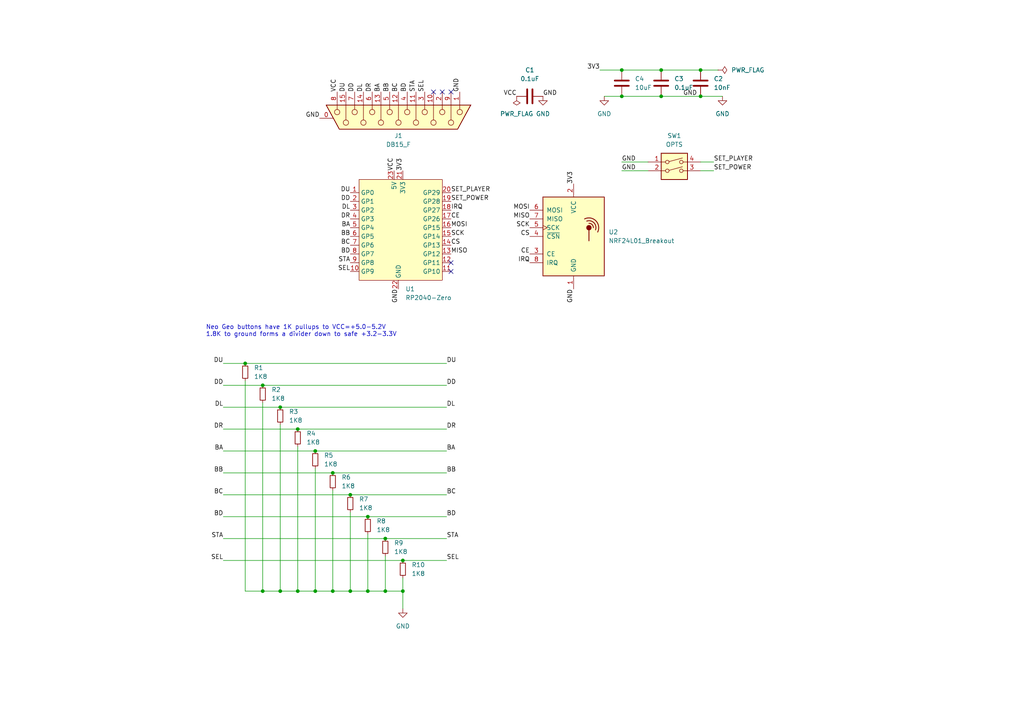
<source format=kicad_sch>
(kicad_sch (version 20231120) (generator "eeschema") (generator_version "8.0")
  (paper "A4")
  (title_block (title "NG2040 Receiver") (rev "5") (company "@partlyhuman"))
  (lib_symbols
    (symbol "Connector:DA15_Receptacle_MountingHoles" (pin_names (offset 1.016) hide)
      (property "Reference" "J" (at 0 24.13 0))
      (property "Value" "DA15_Receptacle_MountingHoles" (at 0 22.225 0))
      (symbol "DA15_Receptacle_MountingHoles_0_1"
        (circle (center -1.778 -17.78) (radius 0.762))
        (circle (center -1.778 -12.7) (radius 0.762))
        (circle (center -1.778 -7.62) (radius 0.762))
        (circle (center -1.778 -2.54) (radius 0.762))
        (circle (center -1.778 2.54) (radius 0.762))
        (circle (center -1.778 7.62) (radius 0.762))
        (circle (center -1.778 12.7) (radius 0.762))
        (circle (center -1.778 17.78) (radius 0.762))
        (polyline (pts (xy -3.81 -17.78) (xy -2.54 -17.78)))
        (polyline (pts (xy -3.81 -15.24) (xy 0.508 -15.24)))
        (polyline (pts (xy -3.81 -12.7) (xy -2.54 -12.7)))
        (polyline (pts (xy -3.81 -10.16) (xy 0.508 -10.16)))
        (polyline (pts (xy -3.81 -7.62) (xy -2.54 -7.62)))
        (polyline (pts (xy -3.81 -5.08) (xy 0.508 -5.08)))
        (polyline (pts (xy -3.81 -2.54) (xy -2.54 -2.54)))
        (polyline (pts (xy -3.81 0) (xy 0.508 0)))
        (polyline (pts (xy -3.81 2.54) (xy -2.54 2.54)))
        (polyline (pts (xy -3.81 5.08) (xy 0.508 5.08)))
        (polyline (pts (xy -3.81 7.62) (xy -2.54 7.62)))
        (polyline (pts (xy -3.81 10.16) (xy 0.508 10.16)))
        (polyline (pts (xy -3.81 12.7) (xy -2.54 12.7)))
        (polyline (pts (xy -3.81 15.24) (xy 0.508 15.24)))
        (polyline (pts (xy -3.81 17.78) (xy -2.54 17.78)))
        (polyline (pts (xy -3.81 20.955) (xy 3.175 17.145) (xy 3.175 -17.145) (xy -3.81 -20.955) (xy -3.81 20.955)) (stroke (width 0.254)) (fill (type background)))
        (circle (center 1.27 -15.24) (radius 0.762))
        (circle (center 1.27 -10.16) (radius 0.762))
        (circle (center 1.27 -5.08) (radius 0.762))
        (circle (center 1.27 0) (radius 0.762))
        (circle (center 1.27 5.08) (radius 0.762))
        (circle (center 1.27 10.16) (radius 0.762))
        (circle (center 1.27 15.24) (radius 0.762))
      )
      (symbol "DA15_Receptacle_MountingHoles_1_1"
        (pin passive line (at 0 -22.86 90) (length 3.81) (name "PAD") (number "0"))
        (pin passive line (at -7.62 17.78 0) (length 3.81) (name "1") (number "1"))
        (pin passive line (at -7.62 10.16 0) (length 3.81) (name "P10") (number "10"))
        (pin passive line (at -7.62 5.08 0) (length 3.81) (name "P111") (number "11"))
        (pin passive line (at -7.62 0 0) (length 3.81) (name "P12") (number "12"))
        (pin passive line (at -7.62 -5.08 0) (length 3.81) (name "P13") (number "13"))
        (pin passive line (at -7.62 -10.16 0) (length 3.81) (name "P14") (number "14"))
        (pin passive line (at -7.62 -15.24 0) (length 3.81) (name "P15") (number "15"))
        (pin passive line (at -7.62 12.7 0) (length 3.81) (name "2") (number "2"))
        (pin passive line (at -7.62 7.62 0) (length 3.81) (name "3") (number "3"))
        (pin passive line (at -7.62 2.54 0) (length 3.81) (name "4") (number "4"))
        (pin passive line (at -7.62 -2.54 0) (length 3.81) (name "5") (number "5"))
        (pin passive line (at -7.62 -7.62 0) (length 3.81) (name "6") (number "6"))
        (pin passive line (at -7.62 -12.7 0) (length 3.81) (name "7") (number "7"))
        (pin passive line (at -7.62 -17.78 0) (length 3.81) (name "8") (number "8"))
        (pin passive line (at -7.62 15.24 0) (length 3.81) (name "P9") (number "9"))
      )
    )
    (symbol "Device:C" (pin_numbers hide) (pin_names (offset 0.254))
      (property "Reference" "C" (at 0.635 2.54 0))
      (property "Value" "C" (at 0.635 -2.54 0))
      (symbol "C_0_1"
        (polyline (pts (xy -2.032 -0.762) (xy 2.032 -0.762)) (stroke (width 0.508)))
        (polyline (pts (xy -2.032 0.762) (xy 2.032 0.762)) (stroke (width 0.508)))
      )
      (symbol "C_1_1"
        (pin passive line (at 0 3.81 270) (length 2.794) (name "~") (number "1"))
        (pin passive line (at 0 -3.81 90) (length 2.794) (name "~") (number "2"))
      )
    )
    (symbol "Device:R_Small" (pin_numbers hide) (pin_names (offset 0.254) hide)
      (property "Reference" "R" (at 0.762 0.508 0))
      (property "Value" "R_Small" (at 0.762 -1.016 0))
      (symbol "R_Small_0_1"
        (rectangle (start -0.762 1.778) (end 0.762 -1.778) (stroke (width 0.2032)))
      )
      (symbol "R_Small_1_1"
        (pin passive line (at 0 2.54 270) (length 0.762) (name "~") (number "1"))
        (pin passive line (at 0 -2.54 90) (length 0.762) (name "~") (number "2"))
      )
    )
    (symbol "RF:NRF24L01_Breakout" (pin_names (offset 1.016))
      (property "Reference" "U" (at -8.89 12.7 0))
      (property "Value" "NRF24L01_Breakout" (at 3.81 12.7 0))
      (symbol "NRF24L01_Breakout_0_1"
        (rectangle (start -8.89 11.43) (end 8.89 -11.43) (stroke (width 0.254)) (fill (type background)))
        (polyline (pts (xy 4.445 1.905) (xy 4.445 -1.27)) (stroke (width 0.254)))
        (circle (center 4.445 2.54) (radius 0.635) (stroke (width 0.254)) (fill (type outline)))
        (arc (start 5.715 2.54) (mid 5.3521 3.4546) (end 4.445 3.81) (stroke (width 0.254)))
        (arc (start 6.35 1.905) (mid 5.8763 3.9854) (end 3.81 4.445) (stroke (width 0.254)))
        (arc (start 6.985 1.27) (mid 6.453 4.548) (end 3.175 5.08) (stroke (width 0.254)))
      )
      (symbol "NRF24L01_Breakout_1_1"
        (pin power_in line (at 0 -15.24 90) (length 3.81) (name "GND") (number "1"))
        (pin power_in line (at 0 15.24 270) (length 3.81) (name "VCC") (number "2"))
        (pin input line (at -12.7 -5.08 0) (length 3.81) (name "CE") (number "3"))
        (pin input line (at -12.7 0 0) (length 3.81) (name "~{CSN}") (number "4"))
        (pin input clock (at -12.7 2.54 0) (length 3.81) (name "SCK") (number "5"))
        (pin input line (at -12.7 7.62 0) (length 3.81) (name "MOSI") (number "6"))
        (pin output line (at -12.7 5.08 0) (length 3.81) (name "MISO") (number "7"))
        (pin output line (at -12.7 -7.62 0) (length 3.81) (name "IRQ") (number "8"))
      )
    )
    (symbol "RP2040Zero:RP2040-Zero"
      (property "Reference" "RZ" (at 0 0 0))
      (property "Value" "RP2040-Zero" (at 0 -2.54 0))
      (symbol "RP2040-Zero_0_1"
        (rectangle (start -11.43 -15.24) (end 12.7 13.97) (fill (type background)))
      )
      (symbol "RP2040-Zero_1_1"
        (pin bidirectional line (at -13.97 10.16 0) (length 2.54) (name "GP0") (number "1"))
        (pin bidirectional line (at -13.97 -12.7 0) (length 2.54) (name "GP9") (number "10"))
        (pin bidirectional line (at 15.24 -12.7 180) (length 2.54) (name "GP10") (number "11"))
        (pin bidirectional line (at 15.24 -10.16 180) (length 2.54) (name "GP11") (number "12"))
        (pin bidirectional line (at 15.24 -7.62 180) (length 2.54) (name "GP12") (number "13"))
        (pin bidirectional line (at 15.24 -5.08 180) (length 2.54) (name "GP13") (number "14"))
        (pin bidirectional line (at 15.24 -2.54 180) (length 2.54) (name "GP14") (number "15"))
        (pin bidirectional line (at 15.24 0 180) (length 2.54) (name "GP15") (number "16"))
        (pin bidirectional line (at 15.24 2.54 180) (length 2.54) (name "GP26") (number "17"))
        (pin bidirectional line (at 15.24 5.08 180) (length 2.54) (name "GP27") (number "18"))
        (pin bidirectional line (at 15.24 7.62 180) (length 2.54) (name "GP28") (number "19"))
        (pin bidirectional line (at -13.97 7.62 0) (length 2.54) (name "GP1") (number "2"))
        (pin bidirectional line (at 15.24 10.16 180) (length 2.54) (name "GP29") (number "20"))
        (pin power_in line (at 1.27 16.51 270) (length 2.54) (name "3V3") (number "21"))
        (pin power_in line (at 0 -17.78 90) (length 2.54) (name "GND") (number "22"))
        (pin power_in line (at -1.27 16.51 270) (length 2.54) (name "5V") (number "23"))
        (pin bidirectional line (at -13.97 5.08 0) (length 2.54) (name "GP2") (number "3"))
        (pin bidirectional line (at -13.97 2.54 0) (length 2.54) (name "GP3") (number "4"))
        (pin bidirectional line (at -13.97 0 0) (length 2.54) (name "GP4") (number "5"))
        (pin bidirectional line (at -13.97 -2.54 0) (length 2.54) (name "GP5") (number "6"))
        (pin bidirectional line (at -13.97 -5.08 0) (length 2.54) (name "GP6") (number "7"))
        (pin bidirectional line (at -13.97 -7.62 0) (length 2.54) (name "GP7") (number "8"))
        (pin bidirectional line (at -13.97 -10.16 0) (length 2.54) (name "GP8") (number "9"))
      )
    )
    (symbol "Switch:SW_DIP_x02" (pin_names (offset 0) hide)
      (property "Reference" "SW" (at 0 6.35 0))
      (property "Value" "SW_DIP_x02" (at 0 -3.81 0))
      (symbol "SW_DIP_x02_0_0"
        (circle (center -2.032 0) (radius 0.508))
        (circle (center -2.032 2.54) (radius 0.508))
        (polyline (pts (xy -1.524 0.127) (xy 2.3622 1.1684)))
        (polyline (pts (xy -1.524 2.667) (xy 2.3622 3.7084)))
        (circle (center 2.032 0) (radius 0.508))
        (circle (center 2.032 2.54) (radius 0.508))
      )
      (symbol "SW_DIP_x02_0_1"
        (rectangle (start -3.81 5.08) (end 3.81 -2.54) (stroke (width 0.254)) (fill (type background)))
      )
      (symbol "SW_DIP_x02_1_1"
        (pin passive line (at -7.62 2.54 0) (length 5.08) (name "~") (number "1"))
        (pin passive line (at -7.62 0 0) (length 5.08) (name "~") (number "2"))
        (pin passive line (at 7.62 0 180) (length 5.08) (name "~") (number "3"))
        (pin passive line (at 7.62 2.54 180) (length 5.08) (name "~") (number "4"))
      )
    )
    (symbol "power:GND" (power) (pin_names (offset 0))
      (property "Value" "GND" (at 0 -3.81 0))
      (symbol "GND_0_1"
        (polyline (pts (xy 0 0) (xy 0 -1.27) (xy 1.27 -1.27) (xy 0 -2.54) (xy -1.27 -1.27) (xy 0 -1.27)))
      )
      (symbol "GND_1_1"
        (pin power_in line (at 0 0 270) (length 0) hide (name "GND") (number "1"))
      )
    )
    (symbol "power:PWR_FLAG" (power) (pin_numbers hide) (pin_names (offset 0) hide)
      (property "Value" "PWR_FLAG" (at 0 3.81 0))
      (symbol "PWR_FLAG_0_0"
        (pin power_out line (at 0 0 90) (length 0) (name "pwr") (number "1"))
      )
      (symbol "PWR_FLAG_0_1"
        (polyline (pts (xy 0 0) (xy 0 1.27) (xy -1.016 1.905) (xy 0 2.54) (xy 1.016 1.905) (xy 0 1.27)))
      )
    )
  )
  (junction (at 191.77 20.32))
  (junction (at 86.36 124.46))
  (junction (at 96.52 171.45))
  (junction (at 180.34 20.32))
  (junction (at 81.28 118.11))
  (junction (at 106.68 171.45))
  (junction (at 180.34 27.94))
  (junction (at 106.68 149.86))
  (junction (at 191.77 27.94))
  (junction (at 116.84 162.56))
  (junction (at 101.6 143.51))
  (junction (at 76.2 171.45))
  (junction (at 91.44 171.45))
  (junction (at 203.2 27.94))
  (junction (at 76.2 111.76))
  (junction (at 111.76 171.45))
  (junction (at 116.84 171.45))
  (junction (at 86.36 171.45))
  (junction (at 96.52 137.16))
  (junction (at 81.28 171.45))
  (junction (at 101.6 171.45))
  (junction (at 71.12 105.41))
  (junction (at 203.2 20.32))
  (junction (at 111.76 156.21))
  (junction (at 91.44 130.81))
  (no_connect (at 130.81 76.2))
  (no_connect (at 130.81 78.74))
  (no_connect (at 128.27 26.67))
  (no_connect (at 125.73 26.67))
  (no_connect (at 130.81 26.67))
  (wire (pts (xy 81.28 123.19) (xy 81.28 171.45)))
  (wire (pts (xy 64.77 143.51) (xy 101.6 143.51)))
  (wire (pts (xy 64.77 111.76) (xy 76.2 111.76)))
  (wire (pts (xy 173.99 20.32) (xy 180.34 20.32)))
  (wire (pts (xy 91.44 130.81) (xy 129.54 130.81)))
  (wire (pts (xy 203.2 27.94) (xy 209.55 27.94)))
  (wire (pts (xy 76.2 171.45) (xy 81.28 171.45)))
  (wire (pts (xy 101.6 171.45) (xy 106.68 171.45)))
  (wire (pts (xy 64.77 156.21) (xy 111.76 156.21)))
  (wire (pts (xy 187.96 46.99) (xy 180.34 46.99)))
  (wire (pts (xy 64.77 130.81) (xy 91.44 130.81)))
  (wire (pts (xy 101.6 148.59) (xy 101.6 171.45)))
  (wire (pts (xy 111.76 156.21) (xy 129.54 156.21)))
  (wire (pts (xy 207.01 49.53) (xy 203.2 49.53)))
  (wire (pts (xy 116.84 171.45) (xy 116.84 176.53)))
  (wire (pts (xy 101.6 143.51) (xy 129.54 143.51)))
  (wire (pts (xy 76.2 111.76) (xy 129.54 111.76)))
  (wire (pts (xy 81.28 118.11) (xy 129.54 118.11)))
  (wire (pts (xy 96.52 142.24) (xy 96.52 171.45)))
  (wire (pts (xy 86.36 129.54) (xy 86.36 171.45)))
  (wire (pts (xy 86.36 171.45) (xy 91.44 171.45)))
  (wire (pts (xy 86.36 124.46) (xy 129.54 124.46)))
  (wire (pts (xy 96.52 137.16) (xy 129.54 137.16)))
  (wire (pts (xy 64.77 105.41) (xy 71.12 105.41)))
  (wire (pts (xy 175.26 27.94) (xy 180.34 27.94)))
  (wire (pts (xy 71.12 105.41) (xy 129.54 105.41)))
  (wire (pts (xy 91.44 135.89) (xy 91.44 171.45)))
  (wire (pts (xy 64.77 118.11) (xy 81.28 118.11)))
  (wire (pts (xy 116.84 162.56) (xy 129.54 162.56)))
  (wire (pts (xy 203.2 20.32) (xy 208.28 20.32)))
  (wire (pts (xy 91.44 171.45) (xy 96.52 171.45)))
  (wire (pts (xy 64.77 124.46) (xy 86.36 124.46)))
  (wire (pts (xy 180.34 20.32) (xy 191.77 20.32)))
  (wire (pts (xy 64.77 149.86) (xy 106.68 149.86)))
  (wire (pts (xy 96.52 171.45) (xy 101.6 171.45)))
  (wire (pts (xy 76.2 116.84) (xy 76.2 171.45)))
  (wire (pts (xy 71.12 171.45) (xy 76.2 171.45)))
  (wire (pts (xy 191.77 20.32) (xy 203.2 20.32)))
  (wire (pts (xy 116.84 167.64) (xy 116.84 171.45)))
  (wire (pts (xy 111.76 161.29) (xy 111.76 171.45)))
  (wire (pts (xy 207.01 46.99) (xy 203.2 46.99)))
  (wire (pts (xy 64.77 162.56) (xy 116.84 162.56)))
  (wire (pts (xy 187.96 49.53) (xy 180.34 49.53)))
  (wire (pts (xy 106.68 149.86) (xy 129.54 149.86)))
  (wire (pts (xy 106.68 171.45) (xy 111.76 171.45)))
  (wire (pts (xy 64.77 137.16) (xy 96.52 137.16)))
  (wire (pts (xy 111.76 171.45) (xy 116.84 171.45)))
  (wire (pts (xy 106.68 154.94) (xy 106.68 171.45)))
  (wire (pts (xy 191.77 27.94) (xy 203.2 27.94)))
  (wire (pts (xy 180.34 27.94) (xy 191.77 27.94)))
  (wire (pts (xy 81.28 171.45) (xy 86.36 171.45)))
  (wire (pts (xy 71.12 110.49) (xy 71.12 171.45)))
  (text "Neo Geo buttons have 1K pullups to VCC=+5.0-5.2V\n1.8K to ground forms a divider down to safe +3.2-3.3V" (at 59.69 97.79 0) (effects (font (size 1.27 1.27)) (justify left bottom)))
  (label "BB" (at 113.03 26.67 90))
  (label "BD" (at 129.54 149.86 0))
  (label "DR" (at 129.54 124.46 0))
  (label "CS" (at 130.81 71.12 0))
  (label "GND" (at 180.34 46.99 0))
  (label "GND" (at 115.57 83.82 270))
  (label "DL" (at 105.41 26.67 90))
  (label "BC" (at 129.54 143.51 0))
  (label "3V3" (at 116.84 49.53 90))
  (label "DD" (at 64.77 111.76 180))
  (label "GND" (at 180.34 49.53 0))
  (label "BB" (at 101.6 68.58 180))
  (label "BD" (at 101.6 73.66 180))
  (label "VCC" (at 97.79 26.67 90))
  (label "BC" (at 64.77 143.51 180))
  (label "STA" (at 120.65 26.67 90))
  (label "SET_PLAYER" (at 207.01 46.99 0))
  (label "SCK" (at 130.81 68.58 0))
  (label "IRQ" (at 153.67 76.2 180))
  (label "3V3" (at 166.37 53.34 90))
  (label "DU" (at 100.33 26.67 90))
  (label "VCC" (at 114.3 49.53 90))
  (label "BB" (at 64.77 137.16 180))
  (label "DU" (at 101.6 55.88 180))
  (label "DR" (at 101.6 63.5 180))
  (label "CE" (at 153.67 73.66 180))
  (label "STA" (at 101.6 76.2 180))
  (label "DD" (at 129.54 111.76 0))
  (label "3V3" (at 173.99 20.32 180))
  (label "DL" (at 64.77 118.11 180))
  (label "BD" (at 118.11 26.67 90))
  (label "MISO" (at 130.81 73.66 0))
  (label "CE" (at 130.81 63.5 0))
  (label "CS" (at 153.67 68.58 180))
  (label "GND" (at 133.35 26.67 90))
  (label "DU" (at 64.77 105.41 180))
  (label "BC" (at 101.6 71.12 180))
  (label "DD" (at 102.87 26.67 90))
  (label "BA" (at 101.6 66.04 180))
  (label "SCK" (at 153.67 66.04 180))
  (label "DR" (at 107.95 26.67 90))
  (label "BB" (at 129.54 137.16 0))
  (label "BA" (at 64.77 130.81 180))
  (label "MOSI" (at 130.81 66.04 0))
  (label "BA" (at 110.49 26.67 90))
  (label "MISO" (at 153.67 63.5 180))
  (label "BC" (at 115.57 26.67 90))
  (label "SET_POWER" (at 207.01 49.53 0))
  (label "SEL" (at 64.77 162.56 180))
  (label "SET_POWER" (at 130.81 58.42 0))
  (label "VCC" (at 149.86 27.94 180))
  (label "BA" (at 129.54 130.81 0))
  (label "DU" (at 129.54 105.41 0))
  (label "GND" (at 198.12 27.94 0))
  (label "STA" (at 129.54 156.21 0))
  (label "GND" (at 157.48 27.94 0))
  (label "STA" (at 64.77 156.21 180))
  (label "SEL" (at 123.19 26.67 90))
  (label "GND" (at 92.71 34.29 180))
  (label "DD" (at 101.6 58.42 180))
  (label "MOSI" (at 153.67 60.96 180))
  (label "DL" (at 101.6 60.96 180))
  (label "SET_PLAYER" (at 130.81 55.88 0))
  (label "SEL" (at 101.6 78.74 180))
  (label "DR" (at 64.77 124.46 180))
  (label "DL" (at 129.54 118.11 0))
  (label "IRQ" (at 130.81 60.96 0))
  (label "GND" (at 166.37 83.82 270))
  (label "SEL" (at 129.54 162.56 0))
  (label "BD" (at 64.77 149.86 180))
  (symbol (lib_id "Device:R_Small") (at 86.36 127 0) (unit 1)
    (property "Reference" "R4" (at 88.9 125.73 0) (effects (justify left)))
    (property "Value" "1K8" (at 88.9 128.27 0) (effects (justify left)))
    (property "Footprint" "Resistor_SMD:R_0805_2012Metric_Pad1.20x1.40mm_HandSolder" (effects (hide yes)))
  )
  (symbol (lib_id "RF:NRF24L01_Breakout") (at 166.37 68.58 0) (unit 1)
    (property "Reference" "U2" (at 176.53 67.3099 0) (effects (justify left)))
    (property "Value" "NRF24L01_Breakout" (at 176.53 69.8499 0) (effects (justify left)))
    (property "Footprint" "NRF24L01:NRF24L01-SMD" (effects (hide yes)))
    (property "Datasheet" "http://www.nordicsemi.com/eng/content/download/2730/34105/file/nRF24L01_Product_Specification_v2_0.pdf" (effects (hide yes)))
  )
  (symbol (lib_id "Switch:SW_DIP_x02") (at 195.58 49.53 0) (unit 1)
    (property "Reference" "SW1" (at 195.58 39.37 0))
    (property "Value" "OPTS" (at 195.58 41.91 0))
    (property "Footprint" "Button_Switch_SMD:SW_DIP_SPSTx02_Slide_6.7x6.64mm_W8.61mm_P2.54mm_LowProfile" (effects (hide yes)))
    (property "Description" "2x DIP Switch, Single Pole Single Throw (SPST) switch, small symbol" (effects (hide yes)))
  )
  (symbol (lib_id "Device:R_Small") (at 81.28 120.65 0) (unit 1)
    (property "Reference" "R3" (at 83.82 119.38 0) (effects (justify left)))
    (property "Value" "1K8" (at 83.82 121.92 0) (effects (justify left)))
    (property "Footprint" "Resistor_SMD:R_0805_2012Metric_Pad1.20x1.40mm_HandSolder" (effects (hide yes)))
  )
  (symbol (lib_id "power:PWR_FLAG") (at 208.28 20.32 270) (unit 1)
    (property "Reference" "#FLG02" (effects (hide yes)))
    (property "Value" "PWR_FLAG" (at 212.09 20.3199 90) (effects (justify left)))
  )
  (symbol (lib_id "Device:R_Small") (at 96.52 139.7 0) (unit 1)
    (property "Reference" "R6" (at 99.06 138.43 0) (effects (justify left)))
    (property "Value" "1K8" (at 99.06 140.97 0) (effects (justify left)))
    (property "Footprint" "Resistor_SMD:R_0805_2012Metric_Pad1.20x1.40mm_HandSolder" (effects (hide yes)))
  )
  (symbol (lib_id "Device:R_Small") (at 116.84 165.1 0) (unit 1)
    (property "Reference" "R10" (at 119.38 163.83 0) (effects (justify left)))
    (property "Value" "1K8" (at 119.38 166.37 0) (effects (justify left)))
    (property "Footprint" "Resistor_SMD:R_0805_2012Metric_Pad1.20x1.40mm_HandSolder" (effects (hide yes)))
  )
  (symbol (lib_id "Device:C") (at 153.67 27.94 90) (unit 1)
    (property "Reference" "C1" (at 153.67 20.32 90))
    (property "Value" "0.1uF" (at 153.67 22.86 90))
    (property "Footprint" "Capacitor_SMD:C_0805_2012Metric_Pad1.18x1.45mm_HandSolder" (effects (hide yes)))
  )
  (symbol (lib_id "RP2040Zero:RP2040-Zero") (at 115.57 66.04 0) (unit 1)
    (property "Reference" "U1" (at 117.5894 83.82 0) (effects (justify left)))
    (property "Value" "RP2040-Zero" (at 117.5894 86.36 0) (effects (justify left)))
    (property "Footprint" "RP2040Zero:RP2040-Zero" (effects (hide yes)))
  )
  (symbol (lib_id "power:GND") (at 116.84 176.53 0) (unit 1)
    (property "Reference" "#PWR01" (effects (hide yes)))
    (property "Value" "GND" (at 116.84 181.61 0))
  )
  (symbol (lib_id "Device:R_Small") (at 91.44 133.35 0) (unit 1)
    (property "Reference" "R5" (at 93.98 132.08 0) (effects (justify left)))
    (property "Value" "1K8" (at 93.98 134.62 0) (effects (justify left)))
    (property "Footprint" "Resistor_SMD:R_0805_2012Metric_Pad1.20x1.40mm_HandSolder" (effects (hide yes)))
  )
  (symbol (lib_id "Device:R_Small") (at 106.68 152.4 0) (unit 1)
    (property "Reference" "R8" (at 109.22 151.13 0) (effects (justify left)))
    (property "Value" "1K8" (at 109.22 153.67 0) (effects (justify left)))
    (property "Footprint" "Resistor_SMD:R_0805_2012Metric_Pad1.20x1.40mm_HandSolder" (effects (hide yes)))
  )
  (symbol (lib_id "Device:R_Small") (at 71.12 107.95 0) (unit 1)
    (property "Reference" "R1" (at 73.66 106.68 0) (effects (justify left)))
    (property "Value" "1K8" (at 73.66 109.22 0) (effects (justify left)))
    (property "Footprint" "Resistor_SMD:R_0805_2012Metric_Pad1.20x1.40mm_HandSolder" (effects (hide yes)))
  )
  (symbol (lib_id "Device:C") (at 180.34 24.13 0) (unit 1)
    (property "Reference" "C4" (at 184.15 22.8599 0) (effects (justify left)))
    (property "Value" "10uF" (at 184.15 25.3999 0) (effects (justify left)))
    (property "Footprint" "Capacitor_SMD:C_0805_2012Metric_Pad1.18x1.45mm_HandSolder" (effects (hide yes)))
  )
  (symbol (lib_id "Device:C") (at 191.77 24.13 180) (unit 1)
    (property "Reference" "C3" (at 195.58 22.8599 0) (effects (justify right)))
    (property "Value" "0.1uF" (at 195.58 25.3999 0) (effects (justify right)))
    (property "Footprint" "Capacitor_SMD:C_0805_2012Metric_Pad1.18x1.45mm_HandSolder" (effects (hide yes)))
  )
  (symbol (lib_id "power:GND") (at 209.55 27.94 0) (unit 1)
    (property "Reference" "#PWR04" (effects (hide yes)))
    (property "Value" "GND" (at 209.55 33.02 0))
  )
  (symbol (lib_id "power:PWR_FLAG") (at 149.86 27.94 180) (unit 1)
    (property "Reference" "#FLG01" (effects (hide yes)))
    (property "Value" "PWR_FLAG" (at 149.86 33.02 0))
  )
  (symbol (lib_id "power:GND") (at 157.48 27.94 0) (unit 1)
    (property "Reference" "#PWR02" (effects (hide yes)))
    (property "Value" "GND" (at 157.48 33.02 0))
  )
  (symbol (lib_id "power:GND") (at 175.26 27.94 0) (unit 1)
    (property "Reference" "#PWR03" (effects (hide yes)))
    (property "Value" "GND" (at 175.26 33.02 0))
  )
  (symbol (lib_id "Connector:DA15_Receptacle_MountingHoles") (at 115.57 34.29 270) (unit 1)
    (property "Reference" "J1" (at 115.57 39.37 90))
    (property "Value" "DB15_F" (at 115.57 41.91 90))
    (property "Footprint" "DB15:TE_Connectivity-5747845-5-0-0-MFG" (effects (hide yes)))
    (property "Datasheet" " ~" (effects (hide yes)))
  )
  (symbol (lib_id "Device:R_Small") (at 76.2 114.3 0) (unit 1)
    (property "Reference" "R2" (at 78.74 113.03 0) (effects (justify left)))
    (property "Value" "1K8" (at 78.74 115.57 0) (effects (justify left)))
    (property "Footprint" "Resistor_SMD:R_0805_2012Metric_Pad1.20x1.40mm_HandSolder" (effects (hide yes)))
  )
  (symbol (lib_id "Device:R_Small") (at 101.6 146.05 0) (unit 1)
    (property "Reference" "R7" (at 104.14 144.78 0) (effects (justify left)))
    (property "Value" "1K8" (at 104.14 147.32 0) (effects (justify left)))
    (property "Footprint" "Resistor_SMD:R_0805_2012Metric_Pad1.20x1.40mm_HandSolder" (effects (hide yes)))
  )
  (symbol (lib_id "Device:R_Small") (at 111.76 158.75 0) (unit 1)
    (property "Reference" "R9" (at 114.3 157.48 0) (effects (justify left)))
    (property "Value" "1K8" (at 114.3 160.02 0) (effects (justify left)))
    (property "Footprint" "Resistor_SMD:R_0805_2012Metric_Pad1.20x1.40mm_HandSolder" (effects (hide yes)))
  )
  (symbol (lib_id "Device:C") (at 203.2 24.13 0) (unit 1)
    (property "Reference" "C2" (at 207.01 22.8599 0) (effects (justify left)))
    (property "Value" "10nF" (at 207.01 25.3999 0) (effects (justify left)))
    (property "Footprint" "Capacitor_SMD:C_0805_2012Metric_Pad1.18x1.45mm_HandSolder" (effects (hide yes)))
  )
)
</source>
